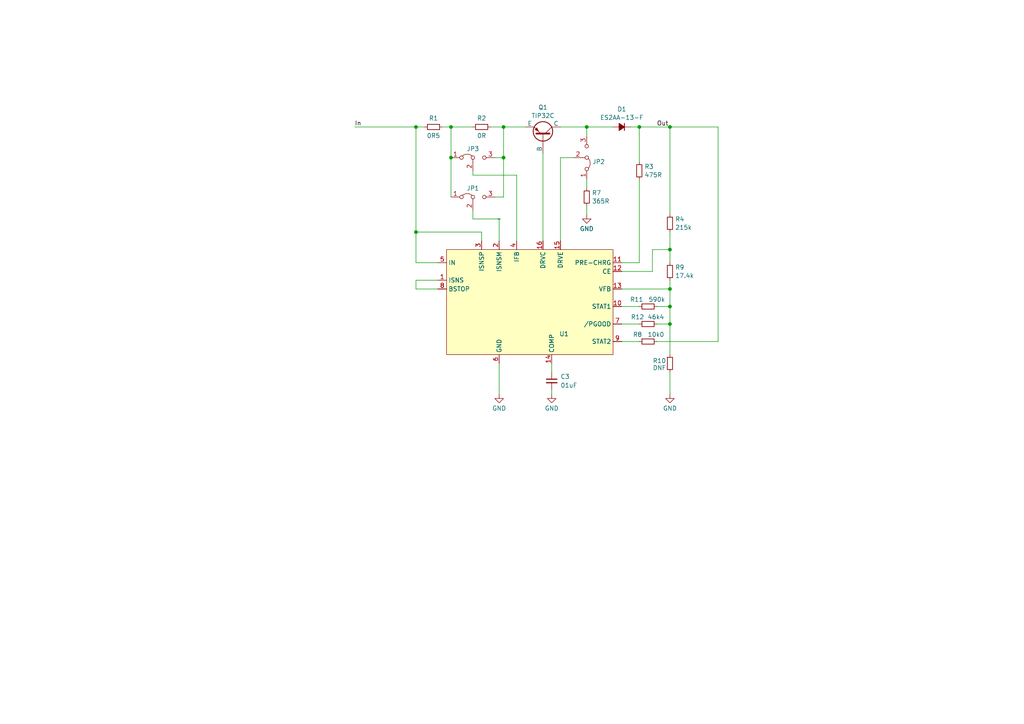
<source format=kicad_sch>
(kicad_sch (version 20231120) (generator "eeschema") (generator_version "8.0")
  (paper "A4")
  (lib_symbols
    (symbol "Device:C_Small" (pin_numbers hide) (pin_names (offset 0.254) hide)
      (property "Reference" "C" (at 0.254 1.778 0))
      (property "Value" "C_Small" (at 0.254 -2.032 0))
      (symbol "C_Small_0_1"
        (polyline (pts (xy -1.524 -0.508) (xy 1.524 -0.508)) (stroke (width 0.3302)))
        (polyline (pts (xy -1.524 0.508) (xy 1.524 0.508)) (stroke (width 0.3048)))
      )
      (symbol "C_Small_1_1"
        (pin passive line (at 0 2.54 270) (length 2.032) (name "~") (number "1"))
        (pin passive line (at 0 -2.54 90) (length 2.032) (name "~") (number "2"))
      )
    )
    (symbol "Device:D_Small_Filled" (pin_numbers hide) (pin_names (offset 0.254) hide)
      (property "Reference" "D" (at -1.27 2.032 0))
      (property "Value" "D_Small_Filled" (at -3.81 -2.032 0))
      (symbol "D_Small_Filled_0_1"
        (polyline (pts (xy -0.762 -1.016) (xy -0.762 1.016)) (stroke (width 0.254)))
        (polyline (pts (xy -0.762 0) (xy 0.762 0)))
        (polyline (pts (xy 0.762 -1.016) (xy -0.762 0) (xy 0.762 1.016) (xy 0.762 -1.016)) (stroke (width 0.254)) (fill (type outline)))
      )
      (symbol "D_Small_Filled_1_1"
        (pin passive line (at -2.54 0 0) (length 1.778) (name "K") (number "1"))
        (pin passive line (at 2.54 0 180) (length 1.778) (name "A") (number "2"))
      )
    )
    (symbol "Device:R_Small" (pin_numbers hide) (pin_names (offset 0.254) hide)
      (property "Reference" "R" (at 0.762 0.508 0))
      (property "Value" "R_Small" (at 0.762 -1.016 0))
      (symbol "R_Small_0_1"
        (rectangle (start -0.762 1.778) (end 0.762 -1.778) (stroke (width 0.2032)))
      )
      (symbol "R_Small_1_1"
        (pin passive line (at 0 2.54 270) (length 0.762) (name "~") (number "1"))
        (pin passive line (at 0 -2.54 90) (length 0.762) (name "~") (number "2"))
      )
    )
    (symbol "Jumper:Jumper_3_Bridged12" (pin_names (offset 0) hide)
      (property "Reference" "JP" (at -2.54 -2.54 0))
      (property "Value" "Jumper_3_Bridged12" (at 0 2.794 0))
      (symbol "Jumper_3_Bridged12_0_0"
        (circle (center -3.302 0) (radius 0.508))
        (circle (center 0 0) (radius 0.508))
        (circle (center 3.302 0) (radius 0.508))
      )
      (symbol "Jumper_3_Bridged12_0_1"
        (arc (start -0.254 0.508) (mid -1.651 0.9912) (end -3.048 0.508))
        (polyline (pts (xy 0 -1.27) (xy 0 -0.508)))
      )
      (symbol "Jumper_3_Bridged12_1_1"
        (pin passive line (at -6.35 0 0) (length 2.54) (name "A") (number "1"))
        (pin passive line (at 0 -3.81 90) (length 2.54) (name "C") (number "2"))
        (pin passive line (at 6.35 0 180) (length 2.54) (name "B") (number "3"))
      )
    )
    (symbol "MyParts:BQ24450"
      (property "Reference" "U" (at 25.4 -7.62 0))
      (symbol "BQ24450_1_1"
        (rectangle (start -15.24 -8.89) (end 33.02 -39.37) (fill (type background)))
        (pin input line (at -17.78 -17.78 0) (length 2.54) (name "ISNS") (number "1"))
        (pin input line (at 35.56 -25.4 180) (length 2.54) (name "STAT1") (number "10"))
        (pin input line (at 35.56 -12.7 180) (length 2.54) (name "PRE-CHRG") (number "11"))
        (pin input line (at 35.56 -15.24 180) (length 2.54) (name "CE") (number "12"))
        (pin input line (at 35.56 -20.32 180) (length 2.54) (name "VFB") (number "13"))
        (pin input line (at 15.24 -41.91 90) (length 2.54) (name "COMP") (number "14"))
        (pin input line (at 17.78 -6.35 270) (length 2.54) (name "DRVE") (number "15"))
        (pin input line (at 12.7 -6.35 270) (length 2.54) (name "DRVC") (number "16"))
        (pin input line (at 0 -6.35 270) (length 2.54) (name "ISNSM") (number "2"))
        (pin input line (at -5.08 -6.35 270) (length 2.54) (name "ISNSP") (number "3"))
        (pin input line (at 5.08 -6.35 270) (length 2.54) (name "IFB") (number "4"))
        (pin input line (at -17.78 -12.7 0) (length 2.54) (name "IN") (number "5"))
        (pin input line (at 0 -41.91 90) (length 2.54) (name "GND") (number "6"))
        (pin input line (at 35.56 -30.48 180) (length 2.54) (name "/PGOOD") (number "7"))
        (pin input line (at -17.78 -20.32 0) (length 2.54) (name "BSTOP") (number "8"))
        (pin input line (at 35.56 -35.56 180) (length 2.54) (name "STAT2") (number "9"))
      )
    )
    (symbol "Simulation_SPICE:PNP" (pin_numbers hide) (pin_names (offset 0))
      (property "Reference" "Q" (at -2.54 7.62 0))
      (property "Value" "PNP" (at -2.54 5.08 0))
      (symbol "PNP_0_1"
        (polyline (pts (xy -2.54 0) (xy 0.635 0)) (stroke (width 0.1524)))
        (polyline (pts (xy 0.635 0.635) (xy 2.54 2.54)))
        (polyline (pts (xy 0.635 -0.635) (xy 2.54 -2.54) (xy 2.54 -2.54)))
        (polyline (pts (xy 0.635 1.905) (xy 0.635 -1.905) (xy 0.635 -1.905)) (stroke (width 0.508)))
        (polyline (pts (xy 2.286 -1.778) (xy 1.778 -2.286) (xy 1.27 -1.27) (xy 2.286 -1.778) (xy 2.286 -1.778)) (fill (type outline)))
        (circle (center 1.27 0) (radius 2.8194) (stroke (width 0.254)))
      )
      (symbol "PNP_1_1"
        (pin open_collector line (at 2.54 5.08 270) (length 2.54) (name "C") (number "1"))
        (pin input line (at -5.08 0 0) (length 2.54) (name "B") (number "2"))
        (pin open_emitter line (at 2.54 -5.08 90) (length 2.54) (name "E") (number "3"))
      )
    )
    (symbol "power:GND" (power) (pin_names (offset 0))
      (property "Value" "GND" (at 0 -3.81 0))
      (symbol "GND_0_1"
        (polyline (pts (xy 0 0) (xy 0 -1.27) (xy 1.27 -1.27) (xy 0 -2.54) (xy -1.27 -1.27) (xy 0 -1.27)))
      )
      (symbol "GND_1_1"
        (pin power_in line (at 0 0 270) (length 0) hide (name "GND") (number "1"))
      )
    )
  )
  (junction (at 194.31 83.82))
  (junction (at 130.81 45.72))
  (junction (at 120.65 67.31))
  (junction (at 120.65 36.83))
  (junction (at 146.05 36.83))
  (junction (at 185.42 36.83))
  (junction (at 170.18 36.83))
  (junction (at 194.31 93.98))
  (junction (at 130.81 36.83))
  (junction (at 146.05 45.72))
  (junction (at 194.31 88.9))
  (junction (at 194.31 36.83))
  (junction (at 194.31 72.39))
  (wire (pts (xy 194.31 72.39) (xy 194.31 76.2)))
  (wire (pts (xy 120.65 67.31) (xy 120.65 76.2)))
  (wire (pts (xy 208.28 36.83) (xy 194.31 36.83)))
  (wire (pts (xy 146.05 36.83) (xy 146.05 45.72)))
  (wire (pts (xy 146.05 36.83) (xy 152.4 36.83)))
  (wire (pts (xy 157.48 44.45) (xy 157.48 69.85)))
  (wire (pts (xy 130.81 57.15) (xy 130.81 45.72)))
  (wire (pts (xy 120.65 83.82) (xy 127 83.82)))
  (wire (pts (xy 170.18 36.83) (xy 177.8 36.83)))
  (wire (pts (xy 194.31 67.31) (xy 194.31 72.39)))
  (wire (pts (xy 120.65 36.83) (xy 123.19 36.83)))
  (wire (pts (xy 160.02 105.41) (xy 160.02 107.95)))
  (wire (pts (xy 185.42 52.07) (xy 185.42 76.2)))
  (wire (pts (xy 127 81.28) (xy 120.65 81.28)))
  (wire (pts (xy 166.37 45.72) (xy 162.56 45.72)))
  (wire (pts (xy 137.16 60.96) (xy 137.16 63.5)))
  (wire (pts (xy 170.18 52.07) (xy 170.18 54.61)))
  (wire (pts (xy 162.56 36.83) (xy 170.18 36.83)))
  (wire (pts (xy 189.23 72.39) (xy 189.23 78.74)))
  (wire (pts (xy 146.05 57.15) (xy 143.51 57.15)))
  (wire (pts (xy 185.42 36.83) (xy 182.88 36.83)))
  (wire (pts (xy 139.7 69.85) (xy 139.7 67.31)))
  (wire (pts (xy 162.56 45.72) (xy 162.56 69.85)))
  (wire (pts (xy 149.86 50.8) (xy 149.86 69.85)))
  (wire (pts (xy 190.5 88.9) (xy 194.31 88.9)))
  (wire (pts (xy 194.31 83.82) (xy 194.31 88.9)))
  (wire (pts (xy 180.34 88.9) (xy 185.42 88.9)))
  (wire (pts (xy 170.18 36.83) (xy 170.18 39.37)))
  (wire (pts (xy 137.16 50.8) (xy 149.86 50.8)))
  (wire (pts (xy 144.78 105.41) (xy 144.78 114.3)))
  (wire (pts (xy 170.18 59.69) (xy 170.18 62.23)))
  (wire (pts (xy 180.34 99.06) (xy 185.42 99.06)))
  (wire (pts (xy 139.7 67.31) (xy 120.65 67.31)))
  (wire (pts (xy 146.05 45.72) (xy 143.51 45.72)))
  (wire (pts (xy 194.31 72.39) (xy 189.23 72.39)))
  (wire (pts (xy 194.31 83.82) (xy 194.31 81.28)))
  (wire (pts (xy 194.31 36.83) (xy 194.31 62.23)))
  (wire (pts (xy 137.16 63.5) (xy 144.78 63.5)))
  (wire (pts (xy 185.42 46.99) (xy 185.42 36.83)))
  (wire (pts (xy 194.31 107.95) (xy 194.31 114.3)))
  (wire (pts (xy 127 76.2) (xy 120.65 76.2)))
  (wire (pts (xy 160.02 113.03) (xy 160.02 114.3)))
  (wire (pts (xy 130.81 36.83) (xy 137.16 36.83)))
  (wire (pts (xy 144.78 63.5) (xy 144.78 69.85)))
  (wire (pts (xy 185.42 76.2) (xy 180.34 76.2)))
  (wire (pts (xy 180.34 93.98) (xy 185.42 93.98)))
  (wire (pts (xy 194.31 93.98) (xy 194.31 102.87)))
  (wire (pts (xy 194.31 93.98) (xy 194.31 88.9)))
  (wire (pts (xy 142.24 36.83) (xy 146.05 36.83)))
  (wire (pts (xy 185.42 36.83) (xy 194.31 36.83)))
  (wire (pts (xy 120.65 81.28) (xy 120.65 83.82)))
  (wire (pts (xy 128.27 36.83) (xy 130.81 36.83)))
  (wire (pts (xy 180.34 83.82) (xy 194.31 83.82)))
  (wire (pts (xy 190.5 99.06) (xy 208.28 99.06)))
  (wire (pts (xy 146.05 57.15) (xy 146.05 45.72)))
  (wire (pts (xy 190.5 93.98) (xy 194.31 93.98)))
  (wire (pts (xy 130.81 45.72) (xy 130.81 36.83)))
  (wire (pts (xy 120.65 36.83) (xy 120.65 67.31)))
  (wire (pts (xy 102.87 36.83) (xy 120.65 36.83)))
  (wire (pts (xy 189.23 78.74) (xy 180.34 78.74)))
  (wire (pts (xy 137.16 49.53) (xy 137.16 50.8)))
  (wire (pts (xy 208.28 99.06) (xy 208.28 36.83)))
  (label "In" (at 102.87 36.83 0))
  (label "Out" (at 190.5 36.83 0))
  (symbol (lib_id "Device:R_Small") (at 194.31 64.77 0) (unit 1)
    (property "Reference" "R4" (at 195.8086 63.5579 0) (effects (justify left)))
    (property "Value" "215k" (at 195.8086 65.9821 0) (effects (justify left)))
    (property "Footprint" "Resistor_THT:R_Axial_DIN0207_L6.3mm_D2.5mm_P10.16mm_Horizontal" (effects (hide yes)))
  )
  (symbol (lib_id "Device:R_Small") (at 194.31 105.41 0) (unit 1)
    (property "Reference" "R10" (at 191.262 104.648 0))
    (property "Value" "DNF" (at 191.262 106.68 0))
    (property "Footprint" "Resistor_THT:R_Axial_DIN0207_L6.3mm_D2.5mm_P10.16mm_Horizontal" (effects (hide yes)))
  )
  (symbol (lib_id "Device:R_Small") (at 187.96 88.9 90) (unit 1)
    (property "Reference" "R11" (at 184.658 86.868 90))
    (property "Value" "590k" (at 190.5 86.868 90))
    (property "Footprint" "Resistor_THT:R_Axial_DIN0207_L6.3mm_D2.5mm_P10.16mm_Horizontal" (effects (hide yes)))
  )
  (symbol (lib_id "Simulation_SPICE:PNP") (at 157.48 39.37 270) (mirror x) (unit 1)
    (property "Reference" "Q1" (at 157.48 31.1363 90))
    (property "Value" "TIP32C" (at 157.48 33.5605 90))
    (property "Footprint" "Package_TO_SOT_THT:TO-220-3_Vertical" (effects (hide yes)))
    (property "Sim.Device" "PNP" (effects (hide yes)))
    (property "Sim.Type" "GUMMELPOON" (effects (hide yes)))
    (property "Sim.Pins" "1=C 2=B 3=E" (effects (hide yes)))
  )
  (symbol (lib_id "Device:R_Small") (at 185.42 49.53 0) (unit 1)
    (property "Reference" "R3" (at 186.9186 48.3179 0) (effects (justify left)))
    (property "Value" "475R" (at 186.9186 50.7421 0) (effects (justify left)))
    (property "Footprint" "Resistor_THT:R_Axial_DIN0207_L6.3mm_D2.5mm_P10.16mm_Horizontal" (effects (hide yes)))
  )
  (symbol (lib_id "Device:D_Small_Filled") (at 180.34 36.83 180) (unit 1)
    (property "Reference" "D1" (at 180.34 31.6697 0))
    (property "Value" "ES2AA-13-F" (at 180.34 34.0939 0))
    (property "Footprint" "Diode_SMD:D_SMA" (effects (hide yes)))
    (property "Sim.Device" "D" (effects (hide yes)))
    (property "Sim.Pins" "1=K 2=A" (effects (hide yes)))
  )
  (symbol (lib_id "power:GND") (at 160.02 114.3 0) (unit 1)
    (property "Reference" "#PWR02" (effects (hide yes)))
    (property "Value" "GND" (at 160.02 118.4331 0))
  )
  (symbol (lib_id "Device:R_Small") (at 170.18 57.15 0) (unit 1)
    (property "Reference" "R7" (at 171.6786 55.9379 0) (effects (justify left)))
    (property "Value" "365R" (at 171.6786 58.3621 0) (effects (justify left)))
    (property "Footprint" "Resistor_THT:R_Axial_DIN0207_L6.3mm_D2.5mm_P10.16mm_Horizontal" (effects (hide yes)))
  )
  (symbol (lib_id "Jumper:Jumper_3_Bridged12") (at 170.18 45.72 270) (mirror x) (unit 1)
    (property "Reference" "JP2" (at 171.8062 46.9321 90) (effects (justify left)))
    (property "Value" "Jumper_3_Bridged12" (effects (hide yes)))
  )
  (symbol (lib_id "Device:R_Small") (at 187.96 99.06 90) (unit 1)
    (property "Reference" "R8" (at 184.912 97.028 90))
    (property "Value" "10k0" (at 190.246 97.028 90))
    (property "Footprint" "Resistor_THT:R_Axial_DIN0207_L6.3mm_D2.5mm_P10.16mm_Horizontal" (effects (hide yes)))
  )
  (symbol (lib_id "MyParts:BQ24450") (at 144.78 63.5 0) (unit 1)
    (property "Reference" "U1" (at 162.2141 96.8431 0) (effects (justify left)))
    (property "Value" "~" (at 144.78 63.5 0))
    (property "Footprint" "Package_SO:SOIC-16W_7.5x10.3mm_P1.27mm" (effects (hide yes)))
  )
  (symbol (lib_id "Device:R_Small") (at 125.73 36.83 90) (unit 1)
    (property "Reference" "R1" (at 125.73 34.29 90))
    (property "Value" "0R5" (at 125.73 39.37 90))
    (property "Footprint" "Diode_SMD:D_2512_6332Metric_Pad1.52x3.35mm_HandSolder" (effects (hide yes)))
    (property "Part" "CSRN2512FKR500" (effects (hide yes)))
  )
  (symbol (lib_id "Jumper:Jumper_3_Bridged12") (at 137.16 45.72 0) (unit 1)
    (property "Reference" "JP3" (at 137.16 43.18 0))
    (property "Value" "Jumper_3_Bridged12" (effects (hide yes)))
  )
  (symbol (lib_id "power:GND") (at 144.78 114.3 0) (unit 1)
    (property "Reference" "#PWR01" (effects (hide yes)))
    (property "Value" "GND" (at 144.78 118.4331 0))
  )
  (symbol (lib_id "Device:R_Small") (at 194.31 78.74 0) (unit 1)
    (property "Reference" "R9" (at 195.8086 77.5279 0) (effects (justify left)))
    (property "Value" "17.4k" (at 195.8086 79.9521 0) (effects (justify left)))
    (property "Footprint" "Resistor_THT:R_Axial_DIN0207_L6.3mm_D2.5mm_P10.16mm_Horizontal" (effects (hide yes)))
  )
  (symbol (lib_id "Device:R_Small") (at 187.96 93.98 90) (unit 1)
    (property "Reference" "R12" (at 184.912 91.948 90))
    (property "Value" "46k4" (at 190.246 91.948 90))
    (property "Footprint" "Resistor_THT:R_Axial_DIN0207_L6.3mm_D2.5mm_P10.16mm_Horizontal" (effects (hide yes)))
  )
  (symbol (lib_id "power:GND") (at 170.18 62.23 0) (unit 1)
    (property "Reference" "#PWR04" (effects (hide yes)))
    (property "Value" "GND" (at 170.18 66.3631 0))
  )
  (symbol (lib_id "Device:R_Small") (at 139.7 36.83 90) (unit 1)
    (property "Reference" "R2" (at 139.7 34.29 90))
    (property "Value" "0R" (at 139.7 39.37 90))
    (property "Footprint" "Diode_SMD:D_2512_6332Metric_Pad1.52x3.35mm_HandSolder" (effects (hide yes)))
    (property "Part" "CSRN2512FKR500" (effects (hide yes)))
  )
  (symbol (lib_id "Jumper:Jumper_3_Bridged12") (at 137.16 57.15 0) (unit 1)
    (property "Reference" "JP1" (at 137.16 54.61 0))
    (property "Value" "Jumper_3_Bridged12" (effects (hide yes)))
  )
  (symbol (lib_id "Device:C_Small") (at 160.02 110.49 0) (unit 1)
    (property "Reference" "C3" (at 162.56 109.2262 0) (effects (justify left)))
    (property "Value" "01uF" (at 162.56 111.7662 0) (effects (justify left)))
  )
  (symbol (lib_id "power:GND") (at 194.31 114.3 0) (unit 1)
    (property "Reference" "#PWR03" (effects (hide yes)))
    (property "Value" "GND" (at 194.31 118.4331 0))
  )
)
</source>
